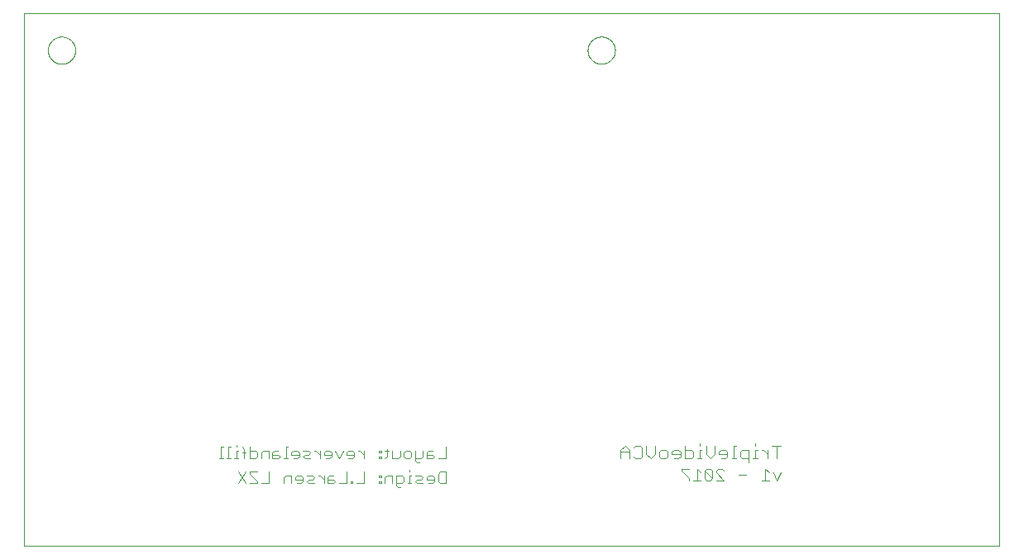
<source format=gbo>
G75*
%MOIN*%
%OFA0B0*%
%FSLAX25Y25*%
%IPPOS*%
%LPD*%
%AMOC8*
5,1,8,0,0,1.08239X$1,22.5*
%
%ADD10C,0.00000*%
%ADD11C,0.00400*%
D10*
X0001800Y0015030D02*
X0001800Y0229990D01*
X0394800Y0229990D01*
X0394800Y0015030D01*
X0001800Y0015030D01*
X0011288Y0215030D02*
X0011290Y0215178D01*
X0011296Y0215326D01*
X0011306Y0215474D01*
X0011320Y0215621D01*
X0011338Y0215768D01*
X0011359Y0215914D01*
X0011385Y0216060D01*
X0011415Y0216205D01*
X0011448Y0216349D01*
X0011486Y0216492D01*
X0011527Y0216634D01*
X0011572Y0216775D01*
X0011620Y0216915D01*
X0011673Y0217054D01*
X0011729Y0217191D01*
X0011789Y0217326D01*
X0011852Y0217460D01*
X0011919Y0217592D01*
X0011990Y0217722D01*
X0012064Y0217850D01*
X0012141Y0217976D01*
X0012222Y0218100D01*
X0012306Y0218222D01*
X0012393Y0218341D01*
X0012484Y0218458D01*
X0012578Y0218573D01*
X0012674Y0218685D01*
X0012774Y0218795D01*
X0012876Y0218901D01*
X0012982Y0219005D01*
X0013090Y0219106D01*
X0013201Y0219204D01*
X0013314Y0219300D01*
X0013430Y0219392D01*
X0013548Y0219481D01*
X0013669Y0219566D01*
X0013792Y0219649D01*
X0013917Y0219728D01*
X0014044Y0219804D01*
X0014173Y0219876D01*
X0014304Y0219945D01*
X0014437Y0220010D01*
X0014572Y0220071D01*
X0014708Y0220129D01*
X0014845Y0220184D01*
X0014984Y0220234D01*
X0015125Y0220281D01*
X0015266Y0220324D01*
X0015409Y0220364D01*
X0015553Y0220399D01*
X0015697Y0220431D01*
X0015843Y0220458D01*
X0015989Y0220482D01*
X0016136Y0220502D01*
X0016283Y0220518D01*
X0016430Y0220530D01*
X0016578Y0220538D01*
X0016726Y0220542D01*
X0016874Y0220542D01*
X0017022Y0220538D01*
X0017170Y0220530D01*
X0017317Y0220518D01*
X0017464Y0220502D01*
X0017611Y0220482D01*
X0017757Y0220458D01*
X0017903Y0220431D01*
X0018047Y0220399D01*
X0018191Y0220364D01*
X0018334Y0220324D01*
X0018475Y0220281D01*
X0018616Y0220234D01*
X0018755Y0220184D01*
X0018892Y0220129D01*
X0019028Y0220071D01*
X0019163Y0220010D01*
X0019296Y0219945D01*
X0019427Y0219876D01*
X0019556Y0219804D01*
X0019683Y0219728D01*
X0019808Y0219649D01*
X0019931Y0219566D01*
X0020052Y0219481D01*
X0020170Y0219392D01*
X0020286Y0219300D01*
X0020399Y0219204D01*
X0020510Y0219106D01*
X0020618Y0219005D01*
X0020724Y0218901D01*
X0020826Y0218795D01*
X0020926Y0218685D01*
X0021022Y0218573D01*
X0021116Y0218458D01*
X0021207Y0218341D01*
X0021294Y0218222D01*
X0021378Y0218100D01*
X0021459Y0217976D01*
X0021536Y0217850D01*
X0021610Y0217722D01*
X0021681Y0217592D01*
X0021748Y0217460D01*
X0021811Y0217326D01*
X0021871Y0217191D01*
X0021927Y0217054D01*
X0021980Y0216915D01*
X0022028Y0216775D01*
X0022073Y0216634D01*
X0022114Y0216492D01*
X0022152Y0216349D01*
X0022185Y0216205D01*
X0022215Y0216060D01*
X0022241Y0215914D01*
X0022262Y0215768D01*
X0022280Y0215621D01*
X0022294Y0215474D01*
X0022304Y0215326D01*
X0022310Y0215178D01*
X0022312Y0215030D01*
X0022310Y0214882D01*
X0022304Y0214734D01*
X0022294Y0214586D01*
X0022280Y0214439D01*
X0022262Y0214292D01*
X0022241Y0214146D01*
X0022215Y0214000D01*
X0022185Y0213855D01*
X0022152Y0213711D01*
X0022114Y0213568D01*
X0022073Y0213426D01*
X0022028Y0213285D01*
X0021980Y0213145D01*
X0021927Y0213006D01*
X0021871Y0212869D01*
X0021811Y0212734D01*
X0021748Y0212600D01*
X0021681Y0212468D01*
X0021610Y0212338D01*
X0021536Y0212210D01*
X0021459Y0212084D01*
X0021378Y0211960D01*
X0021294Y0211838D01*
X0021207Y0211719D01*
X0021116Y0211602D01*
X0021022Y0211487D01*
X0020926Y0211375D01*
X0020826Y0211265D01*
X0020724Y0211159D01*
X0020618Y0211055D01*
X0020510Y0210954D01*
X0020399Y0210856D01*
X0020286Y0210760D01*
X0020170Y0210668D01*
X0020052Y0210579D01*
X0019931Y0210494D01*
X0019808Y0210411D01*
X0019683Y0210332D01*
X0019556Y0210256D01*
X0019427Y0210184D01*
X0019296Y0210115D01*
X0019163Y0210050D01*
X0019028Y0209989D01*
X0018892Y0209931D01*
X0018755Y0209876D01*
X0018616Y0209826D01*
X0018475Y0209779D01*
X0018334Y0209736D01*
X0018191Y0209696D01*
X0018047Y0209661D01*
X0017903Y0209629D01*
X0017757Y0209602D01*
X0017611Y0209578D01*
X0017464Y0209558D01*
X0017317Y0209542D01*
X0017170Y0209530D01*
X0017022Y0209522D01*
X0016874Y0209518D01*
X0016726Y0209518D01*
X0016578Y0209522D01*
X0016430Y0209530D01*
X0016283Y0209542D01*
X0016136Y0209558D01*
X0015989Y0209578D01*
X0015843Y0209602D01*
X0015697Y0209629D01*
X0015553Y0209661D01*
X0015409Y0209696D01*
X0015266Y0209736D01*
X0015125Y0209779D01*
X0014984Y0209826D01*
X0014845Y0209876D01*
X0014708Y0209931D01*
X0014572Y0209989D01*
X0014437Y0210050D01*
X0014304Y0210115D01*
X0014173Y0210184D01*
X0014044Y0210256D01*
X0013917Y0210332D01*
X0013792Y0210411D01*
X0013669Y0210494D01*
X0013548Y0210579D01*
X0013430Y0210668D01*
X0013314Y0210760D01*
X0013201Y0210856D01*
X0013090Y0210954D01*
X0012982Y0211055D01*
X0012876Y0211159D01*
X0012774Y0211265D01*
X0012674Y0211375D01*
X0012578Y0211487D01*
X0012484Y0211602D01*
X0012393Y0211719D01*
X0012306Y0211838D01*
X0012222Y0211960D01*
X0012141Y0212084D01*
X0012064Y0212210D01*
X0011990Y0212338D01*
X0011919Y0212468D01*
X0011852Y0212600D01*
X0011789Y0212734D01*
X0011729Y0212869D01*
X0011673Y0213006D01*
X0011620Y0213145D01*
X0011572Y0213285D01*
X0011527Y0213426D01*
X0011486Y0213568D01*
X0011448Y0213711D01*
X0011415Y0213855D01*
X0011385Y0214000D01*
X0011359Y0214146D01*
X0011338Y0214292D01*
X0011320Y0214439D01*
X0011306Y0214586D01*
X0011296Y0214734D01*
X0011290Y0214882D01*
X0011288Y0215030D01*
X0228788Y0215030D02*
X0228790Y0215178D01*
X0228796Y0215326D01*
X0228806Y0215474D01*
X0228820Y0215621D01*
X0228838Y0215768D01*
X0228859Y0215914D01*
X0228885Y0216060D01*
X0228915Y0216205D01*
X0228948Y0216349D01*
X0228986Y0216492D01*
X0229027Y0216634D01*
X0229072Y0216775D01*
X0229120Y0216915D01*
X0229173Y0217054D01*
X0229229Y0217191D01*
X0229289Y0217326D01*
X0229352Y0217460D01*
X0229419Y0217592D01*
X0229490Y0217722D01*
X0229564Y0217850D01*
X0229641Y0217976D01*
X0229722Y0218100D01*
X0229806Y0218222D01*
X0229893Y0218341D01*
X0229984Y0218458D01*
X0230078Y0218573D01*
X0230174Y0218685D01*
X0230274Y0218795D01*
X0230376Y0218901D01*
X0230482Y0219005D01*
X0230590Y0219106D01*
X0230701Y0219204D01*
X0230814Y0219300D01*
X0230930Y0219392D01*
X0231048Y0219481D01*
X0231169Y0219566D01*
X0231292Y0219649D01*
X0231417Y0219728D01*
X0231544Y0219804D01*
X0231673Y0219876D01*
X0231804Y0219945D01*
X0231937Y0220010D01*
X0232072Y0220071D01*
X0232208Y0220129D01*
X0232345Y0220184D01*
X0232484Y0220234D01*
X0232625Y0220281D01*
X0232766Y0220324D01*
X0232909Y0220364D01*
X0233053Y0220399D01*
X0233197Y0220431D01*
X0233343Y0220458D01*
X0233489Y0220482D01*
X0233636Y0220502D01*
X0233783Y0220518D01*
X0233930Y0220530D01*
X0234078Y0220538D01*
X0234226Y0220542D01*
X0234374Y0220542D01*
X0234522Y0220538D01*
X0234670Y0220530D01*
X0234817Y0220518D01*
X0234964Y0220502D01*
X0235111Y0220482D01*
X0235257Y0220458D01*
X0235403Y0220431D01*
X0235547Y0220399D01*
X0235691Y0220364D01*
X0235834Y0220324D01*
X0235975Y0220281D01*
X0236116Y0220234D01*
X0236255Y0220184D01*
X0236392Y0220129D01*
X0236528Y0220071D01*
X0236663Y0220010D01*
X0236796Y0219945D01*
X0236927Y0219876D01*
X0237056Y0219804D01*
X0237183Y0219728D01*
X0237308Y0219649D01*
X0237431Y0219566D01*
X0237552Y0219481D01*
X0237670Y0219392D01*
X0237786Y0219300D01*
X0237899Y0219204D01*
X0238010Y0219106D01*
X0238118Y0219005D01*
X0238224Y0218901D01*
X0238326Y0218795D01*
X0238426Y0218685D01*
X0238522Y0218573D01*
X0238616Y0218458D01*
X0238707Y0218341D01*
X0238794Y0218222D01*
X0238878Y0218100D01*
X0238959Y0217976D01*
X0239036Y0217850D01*
X0239110Y0217722D01*
X0239181Y0217592D01*
X0239248Y0217460D01*
X0239311Y0217326D01*
X0239371Y0217191D01*
X0239427Y0217054D01*
X0239480Y0216915D01*
X0239528Y0216775D01*
X0239573Y0216634D01*
X0239614Y0216492D01*
X0239652Y0216349D01*
X0239685Y0216205D01*
X0239715Y0216060D01*
X0239741Y0215914D01*
X0239762Y0215768D01*
X0239780Y0215621D01*
X0239794Y0215474D01*
X0239804Y0215326D01*
X0239810Y0215178D01*
X0239812Y0215030D01*
X0239810Y0214882D01*
X0239804Y0214734D01*
X0239794Y0214586D01*
X0239780Y0214439D01*
X0239762Y0214292D01*
X0239741Y0214146D01*
X0239715Y0214000D01*
X0239685Y0213855D01*
X0239652Y0213711D01*
X0239614Y0213568D01*
X0239573Y0213426D01*
X0239528Y0213285D01*
X0239480Y0213145D01*
X0239427Y0213006D01*
X0239371Y0212869D01*
X0239311Y0212734D01*
X0239248Y0212600D01*
X0239181Y0212468D01*
X0239110Y0212338D01*
X0239036Y0212210D01*
X0238959Y0212084D01*
X0238878Y0211960D01*
X0238794Y0211838D01*
X0238707Y0211719D01*
X0238616Y0211602D01*
X0238522Y0211487D01*
X0238426Y0211375D01*
X0238326Y0211265D01*
X0238224Y0211159D01*
X0238118Y0211055D01*
X0238010Y0210954D01*
X0237899Y0210856D01*
X0237786Y0210760D01*
X0237670Y0210668D01*
X0237552Y0210579D01*
X0237431Y0210494D01*
X0237308Y0210411D01*
X0237183Y0210332D01*
X0237056Y0210256D01*
X0236927Y0210184D01*
X0236796Y0210115D01*
X0236663Y0210050D01*
X0236528Y0209989D01*
X0236392Y0209931D01*
X0236255Y0209876D01*
X0236116Y0209826D01*
X0235975Y0209779D01*
X0235834Y0209736D01*
X0235691Y0209696D01*
X0235547Y0209661D01*
X0235403Y0209629D01*
X0235257Y0209602D01*
X0235111Y0209578D01*
X0234964Y0209558D01*
X0234817Y0209542D01*
X0234670Y0209530D01*
X0234522Y0209522D01*
X0234374Y0209518D01*
X0234226Y0209518D01*
X0234078Y0209522D01*
X0233930Y0209530D01*
X0233783Y0209542D01*
X0233636Y0209558D01*
X0233489Y0209578D01*
X0233343Y0209602D01*
X0233197Y0209629D01*
X0233053Y0209661D01*
X0232909Y0209696D01*
X0232766Y0209736D01*
X0232625Y0209779D01*
X0232484Y0209826D01*
X0232345Y0209876D01*
X0232208Y0209931D01*
X0232072Y0209989D01*
X0231937Y0210050D01*
X0231804Y0210115D01*
X0231673Y0210184D01*
X0231544Y0210256D01*
X0231417Y0210332D01*
X0231292Y0210411D01*
X0231169Y0210494D01*
X0231048Y0210579D01*
X0230930Y0210668D01*
X0230814Y0210760D01*
X0230701Y0210856D01*
X0230590Y0210954D01*
X0230482Y0211055D01*
X0230376Y0211159D01*
X0230274Y0211265D01*
X0230174Y0211375D01*
X0230078Y0211487D01*
X0229984Y0211602D01*
X0229893Y0211719D01*
X0229806Y0211838D01*
X0229722Y0211960D01*
X0229641Y0212084D01*
X0229564Y0212210D01*
X0229490Y0212338D01*
X0229419Y0212468D01*
X0229352Y0212600D01*
X0229289Y0212734D01*
X0229229Y0212869D01*
X0229173Y0213006D01*
X0229120Y0213145D01*
X0229072Y0213285D01*
X0229027Y0213426D01*
X0228986Y0213568D01*
X0228948Y0213711D01*
X0228915Y0213855D01*
X0228885Y0214000D01*
X0228859Y0214146D01*
X0228838Y0214292D01*
X0228820Y0214439D01*
X0228806Y0214586D01*
X0228796Y0214734D01*
X0228790Y0214882D01*
X0228788Y0215030D01*
D11*
X0273935Y0056301D02*
X0273935Y0055434D01*
X0273935Y0053699D02*
X0273935Y0050230D01*
X0274802Y0050230D02*
X0273067Y0050230D01*
X0271365Y0051097D02*
X0271365Y0052832D01*
X0270497Y0053699D01*
X0267895Y0053699D01*
X0267895Y0055434D02*
X0267895Y0050230D01*
X0270497Y0050230D01*
X0271365Y0051097D01*
X0273935Y0053699D02*
X0274802Y0053699D01*
X0276489Y0051964D02*
X0276489Y0055434D01*
X0279959Y0055434D02*
X0279959Y0051964D01*
X0278224Y0050230D01*
X0276489Y0051964D01*
X0281645Y0051964D02*
X0285115Y0051964D01*
X0285115Y0051097D02*
X0285115Y0052832D01*
X0284248Y0053699D01*
X0282513Y0053699D01*
X0281645Y0052832D01*
X0281645Y0051964D01*
X0282513Y0050230D02*
X0284248Y0050230D01*
X0285115Y0051097D01*
X0286818Y0050230D02*
X0288553Y0050230D01*
X0287685Y0050230D02*
X0287685Y0055434D01*
X0288553Y0055434D01*
X0291107Y0053699D02*
X0290239Y0052832D01*
X0290239Y0051097D01*
X0291107Y0050230D01*
X0293709Y0050230D01*
X0295412Y0050230D02*
X0297147Y0050230D01*
X0296279Y0050230D02*
X0296279Y0053699D01*
X0297147Y0053699D01*
X0298841Y0053699D02*
X0299709Y0053699D01*
X0301444Y0051964D01*
X0301444Y0050230D02*
X0301444Y0053699D01*
X0303130Y0055434D02*
X0306600Y0055434D01*
X0304865Y0055434D02*
X0304865Y0050230D01*
X0303531Y0044549D02*
X0305065Y0041480D01*
X0306600Y0044549D01*
X0301996Y0044549D02*
X0300461Y0046083D01*
X0300461Y0041480D01*
X0298927Y0041480D02*
X0301996Y0041480D01*
X0292788Y0043781D02*
X0289719Y0043781D01*
X0283580Y0045316D02*
X0282813Y0046083D01*
X0281278Y0046083D01*
X0280511Y0045316D01*
X0280511Y0044549D01*
X0283580Y0041480D01*
X0280511Y0041480D01*
X0278976Y0042247D02*
X0275907Y0045316D01*
X0275907Y0042247D01*
X0276674Y0041480D01*
X0278209Y0041480D01*
X0278976Y0042247D01*
X0278976Y0045316D01*
X0278209Y0046083D01*
X0276674Y0046083D01*
X0275907Y0045316D01*
X0274373Y0044549D02*
X0272838Y0046083D01*
X0272838Y0041480D01*
X0274373Y0041480D02*
X0271303Y0041480D01*
X0269769Y0041480D02*
X0269769Y0042247D01*
X0266699Y0045316D01*
X0266699Y0046083D01*
X0269769Y0046083D01*
X0265341Y0050230D02*
X0266208Y0051097D01*
X0266208Y0052832D01*
X0265341Y0053699D01*
X0263606Y0053699D01*
X0262739Y0052832D01*
X0262739Y0051964D01*
X0266208Y0051964D01*
X0265341Y0050230D02*
X0263606Y0050230D01*
X0261052Y0051097D02*
X0260184Y0050230D01*
X0258450Y0050230D01*
X0257582Y0051097D01*
X0257582Y0052832D01*
X0258450Y0053699D01*
X0260184Y0053699D01*
X0261052Y0052832D01*
X0261052Y0051097D01*
X0255895Y0051964D02*
X0255895Y0055434D01*
X0252426Y0055434D02*
X0252426Y0051964D01*
X0254161Y0050230D01*
X0255895Y0051964D01*
X0250739Y0051097D02*
X0249872Y0050230D01*
X0248137Y0050230D01*
X0247269Y0051097D01*
X0245583Y0050230D02*
X0245583Y0053699D01*
X0243848Y0055434D01*
X0242113Y0053699D01*
X0242113Y0050230D01*
X0242113Y0052832D02*
X0245583Y0052832D01*
X0247269Y0054567D02*
X0248137Y0055434D01*
X0249872Y0055434D01*
X0250739Y0054567D01*
X0250739Y0051097D01*
X0291107Y0053699D02*
X0293709Y0053699D01*
X0293709Y0048495D01*
X0296279Y0055434D02*
X0296279Y0056301D01*
X0171600Y0054833D02*
X0171600Y0050230D01*
X0168531Y0050230D01*
X0166996Y0050997D02*
X0166229Y0051764D01*
X0163927Y0051764D01*
X0163927Y0052531D02*
X0163927Y0050230D01*
X0166229Y0050230D01*
X0166996Y0050997D01*
X0166229Y0053299D02*
X0164694Y0053299D01*
X0163927Y0052531D01*
X0162392Y0053299D02*
X0162392Y0050997D01*
X0161625Y0050230D01*
X0159323Y0050230D01*
X0159323Y0049462D02*
X0160090Y0048695D01*
X0160858Y0048695D01*
X0159323Y0049462D02*
X0159323Y0053299D01*
X0157788Y0052531D02*
X0157788Y0050997D01*
X0157021Y0050230D01*
X0155486Y0050230D01*
X0154719Y0050997D01*
X0154719Y0052531D01*
X0155486Y0053299D01*
X0157021Y0053299D01*
X0157788Y0052531D01*
X0153184Y0053299D02*
X0153184Y0050997D01*
X0152417Y0050230D01*
X0150115Y0050230D01*
X0150115Y0053299D01*
X0148580Y0053299D02*
X0147046Y0053299D01*
X0147813Y0054066D02*
X0147813Y0050997D01*
X0147046Y0050230D01*
X0145511Y0050230D02*
X0145511Y0050997D01*
X0144744Y0050997D01*
X0144744Y0050230D01*
X0145511Y0050230D01*
X0145511Y0052531D02*
X0145511Y0053299D01*
X0144744Y0053299D01*
X0144744Y0052531D01*
X0145511Y0052531D01*
X0138605Y0051764D02*
X0137071Y0053299D01*
X0136303Y0053299D01*
X0134769Y0052531D02*
X0134769Y0050997D01*
X0134001Y0050230D01*
X0132467Y0050230D01*
X0131699Y0051764D02*
X0134769Y0051764D01*
X0134769Y0052531D02*
X0134001Y0053299D01*
X0132467Y0053299D01*
X0131699Y0052531D01*
X0131699Y0051764D01*
X0130165Y0053299D02*
X0128630Y0050230D01*
X0127095Y0053299D01*
X0125561Y0052531D02*
X0124793Y0053299D01*
X0123259Y0053299D01*
X0122491Y0052531D01*
X0122491Y0051764D01*
X0125561Y0051764D01*
X0125561Y0050997D02*
X0125561Y0052531D01*
X0125561Y0050997D02*
X0124793Y0050230D01*
X0123259Y0050230D01*
X0120957Y0050230D02*
X0120957Y0053299D01*
X0120957Y0051764D02*
X0119422Y0053299D01*
X0118655Y0053299D01*
X0117120Y0052531D02*
X0116353Y0053299D01*
X0114051Y0053299D01*
X0112516Y0052531D02*
X0111749Y0053299D01*
X0110214Y0053299D01*
X0109447Y0052531D01*
X0109447Y0051764D01*
X0112516Y0051764D01*
X0112516Y0050997D02*
X0112516Y0052531D01*
X0112516Y0050997D02*
X0111749Y0050230D01*
X0110214Y0050230D01*
X0107912Y0050230D02*
X0106378Y0050230D01*
X0107145Y0050230D02*
X0107145Y0054833D01*
X0107912Y0054833D01*
X0104076Y0053299D02*
X0102541Y0053299D01*
X0101774Y0052531D01*
X0101774Y0050230D01*
X0104076Y0050230D01*
X0104843Y0050997D01*
X0104076Y0051764D01*
X0101774Y0051764D01*
X0100239Y0050230D02*
X0100239Y0053299D01*
X0097937Y0053299D01*
X0097170Y0052531D01*
X0097170Y0050230D01*
X0095635Y0050997D02*
X0095635Y0052531D01*
X0094868Y0053299D01*
X0092566Y0053299D01*
X0092566Y0054833D02*
X0092566Y0050230D01*
X0094868Y0050230D01*
X0095635Y0050997D01*
X0091031Y0052531D02*
X0089497Y0052531D01*
X0090264Y0054066D02*
X0090264Y0050230D01*
X0087962Y0050230D02*
X0086427Y0050230D01*
X0087195Y0050230D02*
X0087195Y0053299D01*
X0087962Y0053299D01*
X0087195Y0054833D02*
X0087195Y0055601D01*
X0089497Y0054833D02*
X0090264Y0054066D01*
X0084893Y0054833D02*
X0084125Y0054833D01*
X0084125Y0050230D01*
X0083358Y0050230D02*
X0084893Y0050230D01*
X0081823Y0050230D02*
X0080289Y0050230D01*
X0081056Y0050230D02*
X0081056Y0054833D01*
X0081823Y0054833D01*
X0087962Y0044833D02*
X0091031Y0040230D01*
X0092566Y0040230D02*
X0095635Y0040230D01*
X0095635Y0040997D01*
X0092566Y0044066D01*
X0092566Y0044833D01*
X0095635Y0044833D01*
X0091031Y0044833D02*
X0087962Y0040230D01*
X0097170Y0040230D02*
X0100239Y0040230D01*
X0100239Y0044833D01*
X0106378Y0042531D02*
X0106378Y0040230D01*
X0106378Y0042531D02*
X0107145Y0043299D01*
X0109447Y0043299D01*
X0109447Y0040230D01*
X0110982Y0041764D02*
X0114051Y0041764D01*
X0114051Y0040997D02*
X0114051Y0042531D01*
X0113284Y0043299D01*
X0111749Y0043299D01*
X0110982Y0042531D01*
X0110982Y0041764D01*
X0111749Y0040230D02*
X0113284Y0040230D01*
X0114051Y0040997D01*
X0115586Y0040997D02*
X0116353Y0041764D01*
X0117888Y0041764D01*
X0118655Y0042531D01*
X0117888Y0043299D01*
X0115586Y0043299D01*
X0115586Y0040997D02*
X0116353Y0040230D01*
X0118655Y0040230D01*
X0120190Y0043299D02*
X0120957Y0043299D01*
X0122491Y0041764D01*
X0122491Y0040230D02*
X0122491Y0043299D01*
X0124026Y0042531D02*
X0124026Y0040230D01*
X0126328Y0040230D01*
X0127095Y0040997D01*
X0126328Y0041764D01*
X0124026Y0041764D01*
X0124026Y0042531D02*
X0124793Y0043299D01*
X0126328Y0043299D01*
X0128630Y0040230D02*
X0131699Y0040230D01*
X0131699Y0044833D01*
X0138605Y0044833D02*
X0138605Y0040230D01*
X0135536Y0040230D01*
X0134001Y0040230D02*
X0133234Y0040230D01*
X0133234Y0040997D01*
X0134001Y0040997D01*
X0134001Y0040230D01*
X0144744Y0040230D02*
X0145511Y0040230D01*
X0145511Y0040997D01*
X0144744Y0040997D01*
X0144744Y0040230D01*
X0144744Y0042531D02*
X0145511Y0042531D01*
X0145511Y0043299D01*
X0144744Y0043299D01*
X0144744Y0042531D01*
X0147046Y0042531D02*
X0147046Y0040230D01*
X0147046Y0042531D02*
X0147813Y0043299D01*
X0150115Y0043299D01*
X0150115Y0040230D01*
X0151650Y0040230D02*
X0153952Y0040230D01*
X0154719Y0040997D01*
X0154719Y0042531D01*
X0153952Y0043299D01*
X0151650Y0043299D01*
X0151650Y0039462D01*
X0152417Y0038695D01*
X0153184Y0038695D01*
X0156254Y0040230D02*
X0157788Y0040230D01*
X0157021Y0040230D02*
X0157021Y0043299D01*
X0157788Y0043299D01*
X0159323Y0043299D02*
X0161625Y0043299D01*
X0162392Y0042531D01*
X0161625Y0041764D01*
X0160090Y0041764D01*
X0159323Y0040997D01*
X0160090Y0040230D01*
X0162392Y0040230D01*
X0163927Y0041764D02*
X0166996Y0041764D01*
X0166996Y0040997D02*
X0166996Y0042531D01*
X0166229Y0043299D01*
X0164694Y0043299D01*
X0163927Y0042531D01*
X0163927Y0041764D01*
X0164694Y0040230D02*
X0166229Y0040230D01*
X0166996Y0040997D01*
X0168531Y0040997D02*
X0168531Y0044066D01*
X0169298Y0044833D01*
X0171600Y0044833D01*
X0171600Y0040230D01*
X0169298Y0040230D01*
X0168531Y0040997D01*
X0157021Y0044833D02*
X0157021Y0045601D01*
X0138605Y0050230D02*
X0138605Y0053299D01*
X0117120Y0052531D02*
X0116353Y0051764D01*
X0114818Y0051764D01*
X0114051Y0050997D01*
X0114818Y0050230D01*
X0117120Y0050230D01*
M02*

</source>
